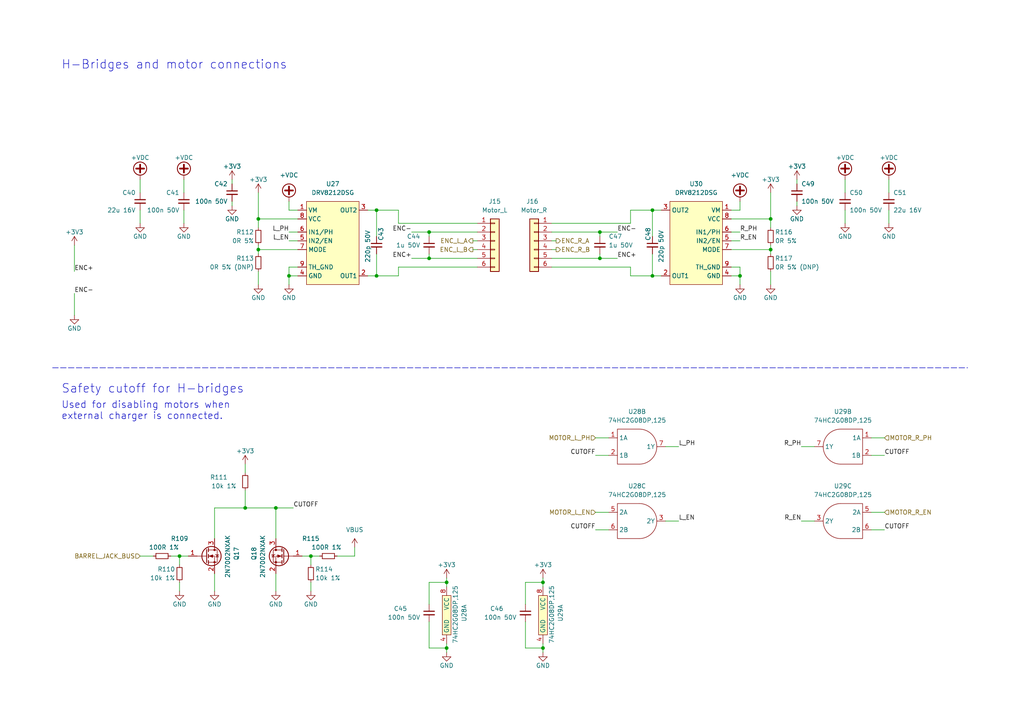
<source format=kicad_sch>
(kicad_sch (version 20211123) (generator eeschema)
  (paper "A4")
  (title_block (title "Motors' control") (date "2023-04-04") (rev "1") (company "Wrocław University of Science and Technology") (comment 1 "Opensource educational robotic platform") (comment 2 "Author: Jakub Mnich (jakub.mnich@pwr.edu.pl)"))
  (lib_symbols
    (symbol "74HC2G08DP:74HC2G08DP,125"
      (property "Reference" "U" (at -5.08 8.89 0))
      (property "Value" "74HC2G08DP,125" (at 2.54 6.35 0))
      (symbol "74HC2G08DP,125_1_1"
        (rectangle (start -1.27 -6.35) (end 1.27 5.08) (fill (type background)))
        (pin passive line (at 0 -8.89 90) (length 2.54) (name "GND") (number "4"))
        (pin passive line (at 0 7.62 270) (length 2.54) (name "VCC") (number "8"))
      )
      (symbol "74HC2G08DP,125_2_1"
        (polyline (pts (xy 1.27 5.08) (xy -5.08 5.08) (xy -5.08 -5.08) (xy 1.27 -5.08)))
        (arc (start 1.3413 -5.08) (mid 6.3505 0) (end 1.3413 5.08))
        (pin passive line (at -7.62 2.54 0) (length 2.54) (name "1A") (number "1"))
        (pin passive line (at -7.62 -2.54 0) (length 2.54) (name "1B") (number "2"))
        (pin passive line (at 8.89 0 180) (length 2.54) (name "1Y") (number "7"))
      )
      (symbol "74HC2G08DP,125_3_1"
        (polyline (pts (xy 1.27 5.08) (xy -5.08 5.08) (xy -5.08 -5.08) (xy 1.27 -5.08)))
        (arc (start 1.3413 -5.08) (mid 6.3505 0) (end 1.3413 5.08))
        (pin passive line (at 8.89 0 180) (length 2.54) (name "2Y") (number "3"))
        (pin passive line (at -7.62 2.54 0) (length 2.54) (name "2A") (number "5"))
        (pin passive line (at -7.62 -2.54 0) (length 2.54) (name "2B") (number "6"))
      )
    )
    (symbol "Connector_Generic:Conn_01x06" (pin_names (offset 1.016) hide)
      (property "Reference" "J" (at 0 7.62 0))
      (property "Value" "Conn_01x06" (at 0 -10.16 0))
      (symbol "Conn_01x06_1_1"
        (rectangle (start -1.27 -7.493) (end 0 -7.747) (stroke (width 0.1524)))
        (rectangle (start -1.27 -4.953) (end 0 -5.207) (stroke (width 0.1524)))
        (rectangle (start -1.27 -2.413) (end 0 -2.667) (stroke (width 0.1524)))
        (rectangle (start -1.27 0.127) (end 0 -0.127) (stroke (width 0.1524)))
        (rectangle (start -1.27 2.667) (end 0 2.413) (stroke (width 0.1524)))
        (rectangle (start -1.27 5.207) (end 0 4.953) (stroke (width 0.1524)))
        (rectangle (start -1.27 6.35) (end 1.27 -8.89) (stroke (width 0.254)) (fill (type background)))
        (pin passive line (at -5.08 5.08 0) (length 3.81) (name "Pin_1") (number "1"))
        (pin passive line (at -5.08 2.54 0) (length 3.81) (name "Pin_2") (number "2"))
        (pin passive line (at -5.08 0 0) (length 3.81) (name "Pin_3") (number "3"))
        (pin passive line (at -5.08 -2.54 0) (length 3.81) (name "Pin_4") (number "4"))
        (pin passive line (at -5.08 -5.08 0) (length 3.81) (name "Pin_5") (number "5"))
        (pin passive line (at -5.08 -7.62 0) (length 3.81) (name "Pin_6") (number "6"))
      )
    )
    (symbol "DRV8212:DRV8212DSG"
      (property "Reference" "U30" (at 0 17.78 0))
      (property "Value" "DRV8212DSG" (at 0 15.24 0))
      (symbol "DRV8212DSG_0_1"
        (rectangle (start -7.62 12.7) (end 7.62 -11.43) (fill (type background)))
      )
      (symbol "DRV8212DSG_1_1"
        (pin passive line (at 10.16 10.16 180) (length 2.54) (name "VM") (number "1"))
        (pin passive line (at -10.16 -8.89 0) (length 2.54) (name "OUT1") (number "2"))
        (pin passive line (at -10.16 10.16 0) (length 2.54) (name "OUT2") (number "3"))
        (pin passive line (at 10.16 -8.89 180) (length 2.54) (name "GND") (number "4"))
        (pin passive line (at 10.16 1.27 180) (length 2.54) (name "IN2/EN") (number "5"))
        (pin passive line (at 10.16 3.81 180) (length 2.54) (name "IN1/PH") (number "6"))
        (pin passive line (at 10.16 -1.27 180) (length 2.54) (name "MODE") (number "7"))
        (pin passive line (at 10.16 7.62 180) (length 2.54) (name "VCC") (number "8"))
        (pin passive line (at 10.16 -6.35 180) (length 2.54) (name "TH_GND") (number "9"))
      )
    )
    (symbol "DRV8212DSG_1"
      (property "Reference" "U27" (at 0 17.78 0))
      (property "Value" "DRV8212DSG_1" (at 0 15.24 0))
      (symbol "DRV8212DSG_1_0_1"
        (rectangle (start -7.62 12.7) (end 7.62 -11.43) (fill (type background)))
      )
      (symbol "DRV8212DSG_1_1_1"
        (pin passive line (at 10.16 10.16 180) (length 2.54) (name "VM") (number "1"))
        (pin passive line (at -10.16 -8.89 0) (length 2.54) (name "OUT1") (number "2"))
        (pin passive line (at -10.16 10.16 0) (length 2.54) (name "OUT2") (number "3"))
        (pin passive line (at 10.16 -8.89 180) (length 2.54) (name "GND") (number "4"))
        (pin passive line (at 10.16 1.27 180) (length 2.54) (name "IN2/EN") (number "5"))
        (pin passive line (at 10.16 3.81 180) (length 2.54) (name "IN1/PH") (number "6"))
        (pin passive line (at 10.16 -1.27 180) (length 2.54) (name "MODE") (number "7"))
        (pin passive line (at 10.16 7.62 180) (length 2.54) (name "VCC") (number "8"))
        (pin passive line (at 10.16 -6.35 180) (length 2.54) (name "TH_GND") (number "9"))
      )
    )
    (symbol "Device:C_Small" (pin_numbers hide) (pin_names (offset 0.254) hide)
      (property "Reference" "C" (at 0.254 1.778 0))
      (property "Value" "C_Small" (at 0.254 -2.032 0))
      (symbol "C_Small_0_1"
        (polyline (pts (xy -1.524 -0.508) (xy 1.524 -0.508)) (stroke (width 0.3302)))
        (polyline (pts (xy -1.524 0.508) (xy 1.524 0.508)) (stroke (width 0.3048)))
      )
      (symbol "C_Small_1_1"
        (pin passive line (at 0 2.54 270) (length 2.032) (name "~") (number "1"))
        (pin passive line (at 0 -2.54 90) (length 2.032) (name "~") (number "2"))
      )
    )
    (symbol "Device:R_Small" (pin_numbers hide) (pin_names (offset 0.254) hide)
      (property "Reference" "R" (at 0.762 0.508 0))
      (property "Value" "R_Small" (at 0.762 -1.016 0))
      (symbol "R_Small_0_1"
        (rectangle (start -0.762 1.778) (end 0.762 -1.778) (stroke (width 0.2032)))
      )
      (symbol "R_Small_1_1"
        (pin passive line (at 0 2.54 270) (length 0.762) (name "~") (number "1"))
        (pin passive line (at 0 -2.54 90) (length 0.762) (name "~") (number "2"))
      )
    )
    (symbol "Transistor_FET:2N7002" (pin_names hide)
      (property "Reference" "Q" (at 5.08 1.905 0))
      (property "Value" "2N7002" (at 5.08 0 0))
      (symbol "2N7002_0_1"
        (polyline (pts (xy 0.254 0) (xy -2.54 0)))
        (polyline (pts (xy 0.254 1.905) (xy 0.254 -1.905)) (stroke (width 0.254)))
        (polyline (pts (xy 0.762 -1.27) (xy 0.762 -2.286)) (stroke (width 0.254)))
        (polyline (pts (xy 0.762 0.508) (xy 0.762 -0.508)) (stroke (width 0.254)))
        (polyline (pts (xy 0.762 2.286) (xy 0.762 1.27)) (stroke (width 0.254)))
        (polyline (pts (xy 2.54 2.54) (xy 2.54 1.778)))
        (polyline (pts (xy 2.54 -2.54) (xy 2.54 0) (xy 0.762 0)))
        (polyline (pts (xy 0.762 -1.778) (xy 3.302 -1.778) (xy 3.302 1.778) (xy 0.762 1.778)))
        (polyline (pts (xy 1.016 0) (xy 2.032 0.381) (xy 2.032 -0.381) (xy 1.016 0)) (fill (type outline)))
        (polyline (pts (xy 2.794 0.508) (xy 2.921 0.381) (xy 3.683 0.381) (xy 3.81 0.254)))
        (polyline (pts (xy 3.302 0.381) (xy 2.921 -0.254) (xy 3.683 -0.254) (xy 3.302 0.381)))
        (circle (center 1.651 0) (radius 2.794) (stroke (width 0.254)))
        (circle (center 2.54 -1.778) (radius 0.254) (fill (type outline)))
        (circle (center 2.54 1.778) (radius 0.254) (fill (type outline)))
      )
      (symbol "2N7002_1_1"
        (pin input line (at -5.08 0 0) (length 2.54) (name "G") (number "1"))
        (pin passive line (at 2.54 -5.08 90) (length 2.54) (name "S") (number "2"))
        (pin passive line (at 2.54 5.08 270) (length 2.54) (name "D") (number "3"))
      )
    )
    (symbol "power:+3.3V" (power) (pin_names (offset 0))
      (property "Value" "+3.3V" (at 0 3.556 0))
      (symbol "+3.3V_0_1"
        (polyline (pts (xy -0.762 1.27) (xy 0 2.54)))
        (polyline (pts (xy 0 0) (xy 0 2.54)))
        (polyline (pts (xy 0 2.54) (xy 0.762 1.27)))
      )
      (symbol "+3.3V_1_1"
        (pin power_in line (at 0 0 90) (length 0) hide (name "+3V3") (number "1"))
      )
    )
    (symbol "power:+VDC" (power) (pin_names (offset 0))
      (property "Value" "+VDC" (at 0 6.35 0))
      (symbol "+VDC_0_1"
        (polyline (pts (xy -1.143 3.175) (xy 1.143 3.175)) (stroke (width 0.508)))
        (polyline (pts (xy 0 0) (xy 0 1.27)))
        (polyline (pts (xy 0 2.032) (xy 0 4.318)) (stroke (width 0.508)))
        (circle (center 0 3.175) (radius 1.905) (stroke (width 0.254)))
      )
      (symbol "+VDC_1_1"
        (pin power_in line (at 0 0 90) (length 0) hide (name "+VDC") (number "1"))
      )
    )
    (symbol "power:GND" (power) (pin_names (offset 0))
      (property "Value" "GND" (at 0 -3.81 0))
      (symbol "GND_0_1"
        (polyline (pts (xy 0 0) (xy 0 -1.27) (xy 1.27 -1.27) (xy 0 -2.54) (xy -1.27 -1.27) (xy 0 -1.27)))
      )
      (symbol "GND_1_1"
        (pin power_in line (at 0 0 270) (length 0) hide (name "GND") (number "1"))
      )
    )
    (symbol "power:VBUS" (power) (pin_names (offset 0))
      (property "Value" "VBUS" (at 0 3.81 0))
      (symbol "VBUS_0_1"
        (polyline (pts (xy -0.762 1.27) (xy 0 2.54)))
        (polyline (pts (xy 0 0) (xy 0 2.54)))
        (polyline (pts (xy 0 2.54) (xy 0.762 1.27)))
      )
      (symbol "VBUS_1_1"
        (pin power_in line (at 0 0 90) (length 0) hide (name "VBUS") (number "1"))
      )
    )
  )
  (junction (at 214.63 80.01))
  (junction (at 189.23 60.96))
  (junction (at 80.01 147.32))
  (junction (at 157.48 187.96))
  (junction (at 71.12 147.32))
  (junction (at 109.22 80.01))
  (junction (at 129.54 187.96))
  (junction (at 173.99 67.31))
  (junction (at 52.07 161.29))
  (junction (at 189.23 80.01))
  (junction (at 157.48 168.91))
  (junction (at 223.52 72.39))
  (junction (at 129.54 168.91))
  (junction (at 83.82 80.01))
  (junction (at 124.46 74.93))
  (junction (at 109.22 60.96))
  (junction (at 173.99 74.93))
  (junction (at 124.46 67.31))
  (junction (at 74.93 72.39))
  (junction (at 223.52 63.5))
  (junction (at 90.17 161.29))
  (junction (at 74.93 63.5))
  (wire (pts (xy 129.54 167.64) (xy 129.54 168.91)))
  (wire (pts (xy 160.02 74.93) (xy 173.99 74.93)))
  (wire (pts (xy 74.93 72.39) (xy 74.93 73.66)))
  (wire (pts (xy 214.63 60.96) (xy 212.09 60.96)))
  (wire (pts (xy 172.72 148.59) (xy 176.53 148.59)))
  (wire (pts (xy 109.22 60.96) (xy 109.22 68.58)))
  (wire (pts (xy 245.11 60.96) (xy 245.11 64.77)))
  (wire (pts (xy 160.02 64.77) (xy 182.88 64.77)))
  (wire (pts (xy 124.46 67.31) (xy 119.38 67.31)))
  (wire (pts (xy 124.46 74.93) (xy 119.38 74.93)))
  (wire (pts (xy 152.4 168.91) (xy 157.48 168.91)))
  (wire (pts (xy 62.23 147.32) (xy 62.23 156.21)))
  (wire (pts (xy 71.12 147.32) (xy 80.01 147.32)))
  (wire (pts (xy 212.09 69.85) (xy 214.63 69.85)))
  (wire (pts (xy 256.54 132.08) (xy 252.73 132.08)))
  (wire (pts (xy 157.48 186.69) (xy 157.48 187.96)))
  (wire (pts (xy 157.48 168.91) (xy 157.48 170.18)))
  (wire (pts (xy 67.31 52.07) (xy 67.31 53.34)))
  (wire (pts (xy 86.36 67.31) (xy 83.82 67.31)))
  (wire (pts (xy 109.22 73.66) (xy 109.22 80.01)))
  (wire (pts (xy 129.54 187.96) (xy 129.54 189.23)))
  (wire (pts (xy 102.87 161.29) (xy 102.87 158.75)))
  (wire (pts (xy 40.64 52.07) (xy 40.64 55.88)))
  (wire (pts (xy 67.31 58.42) (xy 67.31 59.69)))
  (wire (pts (xy 83.82 77.47) (xy 86.36 77.47)))
  (wire (pts (xy 172.72 153.67) (xy 176.53 153.67)))
  (wire (pts (xy 223.52 71.12) (xy 223.52 72.39)))
  (wire (pts (xy 74.93 63.5) (xy 86.36 63.5)))
  (wire (pts (xy 74.93 63.5) (xy 74.93 66.04)))
  (wire (pts (xy 189.23 60.96) (xy 191.77 60.96)))
  (wire (pts (xy 129.54 168.91) (xy 129.54 170.18)))
  (wire (pts (xy 52.07 168.91) (xy 52.07 171.45)))
  (wire (pts (xy 86.36 72.39) (xy 74.93 72.39)))
  (wire (pts (xy 83.82 60.96) (xy 86.36 60.96)))
  (wire (pts (xy 212.09 80.01) (xy 214.63 80.01)))
  (wire (pts (xy 231.14 58.42) (xy 231.14 59.69)))
  (wire (pts (xy 90.17 161.29) (xy 92.71 161.29)))
  (wire (pts (xy 256.54 153.67) (xy 252.73 153.67)))
  (wire (pts (xy 182.88 80.01) (xy 189.23 80.01)))
  (wire (pts (xy 223.52 78.74) (xy 223.52 82.55)))
  (wire (pts (xy 52.07 161.29) (xy 54.61 161.29)))
  (wire (pts (xy 49.53 161.29) (xy 52.07 161.29)))
  (wire (pts (xy 212.09 72.39) (xy 223.52 72.39)))
  (wire (pts (xy 80.01 147.32) (xy 85.09 147.32)))
  (wire (pts (xy 245.11 52.07) (xy 245.11 55.88)))
  (wire (pts (xy 223.52 55.88) (xy 223.52 63.5)))
  (wire (pts (xy 40.64 60.96) (xy 40.64 64.77)))
  (wire (pts (xy 189.23 73.66) (xy 189.23 80.01)))
  (wire (pts (xy 257.81 60.96) (xy 257.81 64.77)))
  (wire (pts (xy 189.23 60.96) (xy 189.23 68.58)))
  (wire (pts (xy 152.4 187.96) (xy 157.48 187.96)))
  (wire (pts (xy 86.36 80.01) (xy 83.82 80.01)))
  (wire (pts (xy 21.59 85.09) (xy 21.59 91.44)))
  (wire (pts (xy 87.63 161.29) (xy 90.17 161.29)))
  (wire (pts (xy 115.57 64.77) (xy 115.57 60.96)))
  (wire (pts (xy 74.93 71.12) (xy 74.93 72.39)))
  (wire (pts (xy 160.02 67.31) (xy 173.99 67.31)))
  (wire (pts (xy 115.57 60.96) (xy 109.22 60.96)))
  (wire (pts (xy 214.63 82.55) (xy 214.63 80.01)))
  (wire (pts (xy 90.17 168.91) (xy 90.17 171.45)))
  (wire (pts (xy 223.52 63.5) (xy 212.09 63.5)))
  (wire (pts (xy 40.64 161.29) (xy 44.45 161.29)))
  (wire (pts (xy 160.02 72.39) (xy 161.29 72.39)))
  (wire (pts (xy 124.46 68.58) (xy 124.46 67.31)))
  (wire (pts (xy 124.46 187.96) (xy 129.54 187.96)))
  (wire (pts (xy 172.72 127) (xy 176.53 127)))
  (wire (pts (xy 182.88 64.77) (xy 182.88 60.96)))
  (wire (pts (xy 193.04 129.54) (xy 196.85 129.54)))
  (wire (pts (xy 236.22 129.54) (xy 232.41 129.54)))
  (wire (pts (xy 138.43 67.31) (xy 124.46 67.31)))
  (wire (pts (xy 53.34 52.07) (xy 53.34 55.88)))
  (wire (pts (xy 138.43 64.77) (xy 115.57 64.77)))
  (wire (pts (xy 124.46 73.66) (xy 124.46 74.93)))
  (wire (pts (xy 172.72 132.08) (xy 176.53 132.08)))
  (wire (pts (xy 83.82 82.55) (xy 83.82 80.01)))
  (wire (pts (xy 214.63 58.42) (xy 214.63 60.96)))
  (wire (pts (xy 212.09 67.31) (xy 214.63 67.31)))
  (wire (pts (xy 182.88 77.47) (xy 182.88 80.01)))
  (wire (pts (xy 97.79 161.29) (xy 102.87 161.29)))
  (wire (pts (xy 138.43 74.93) (xy 124.46 74.93)))
  (wire (pts (xy 129.54 186.69) (xy 129.54 187.96)))
  (wire (pts (xy 214.63 77.47) (xy 212.09 77.47)))
  (wire (pts (xy 173.99 73.66) (xy 173.99 74.93)))
  (wire (pts (xy 189.23 80.01) (xy 191.77 80.01)))
  (wire (pts (xy 256.54 148.59) (xy 252.73 148.59)))
  (wire (pts (xy 182.88 60.96) (xy 189.23 60.96)))
  (wire (pts (xy 173.99 68.58) (xy 173.99 67.31)))
  (wire (pts (xy 157.48 187.96) (xy 157.48 189.23)))
  (wire (pts (xy 138.43 72.39) (xy 137.16 72.39)))
  (wire (pts (xy 173.99 67.31) (xy 179.07 67.31)))
  (wire (pts (xy 160.02 77.47) (xy 182.88 77.47)))
  (polyline (pts (xy 15.24 106.68) (xy 280.67 106.68)))
  (wire (pts (xy 124.46 168.91) (xy 129.54 168.91)))
  (wire (pts (xy 74.93 55.88) (xy 74.93 63.5)))
  (wire (pts (xy 106.68 60.96) (xy 109.22 60.96)))
  (wire (pts (xy 138.43 69.85) (xy 137.16 69.85)))
  (wire (pts (xy 115.57 80.01) (xy 109.22 80.01)))
  (wire (pts (xy 257.81 52.07) (xy 257.81 55.88)))
  (wire (pts (xy 152.4 180.34) (xy 152.4 187.96)))
  (wire (pts (xy 71.12 134.62) (xy 71.12 137.16)))
  (wire (pts (xy 223.52 63.5) (xy 223.52 66.04)))
  (wire (pts (xy 71.12 142.24) (xy 71.12 147.32)))
  (wire (pts (xy 106.68 80.01) (xy 109.22 80.01)))
  (wire (pts (xy 173.99 74.93) (xy 179.07 74.93)))
  (wire (pts (xy 115.57 77.47) (xy 115.57 80.01)))
  (wire (pts (xy 214.63 80.01) (xy 214.63 77.47)))
  (wire (pts (xy 83.82 58.42) (xy 83.82 60.96)))
  (wire (pts (xy 80.01 166.37) (xy 80.01 171.45)))
  (wire (pts (xy 74.93 78.74) (xy 74.93 82.55)))
  (wire (pts (xy 62.23 166.37) (xy 62.23 171.45)))
  (wire (pts (xy 21.59 71.12) (xy 21.59 78.74)))
  (wire (pts (xy 231.14 52.07) (xy 231.14 53.34)))
  (wire (pts (xy 223.52 72.39) (xy 223.52 73.66)))
  (wire (pts (xy 160.02 69.85) (xy 161.29 69.85)))
  (wire (pts (xy 124.46 175.26) (xy 124.46 168.91)))
  (wire (pts (xy 62.23 147.32) (xy 71.12 147.32)))
  (wire (pts (xy 152.4 175.26) (xy 152.4 168.91)))
  (wire (pts (xy 193.04 151.13) (xy 196.85 151.13)))
  (wire (pts (xy 80.01 147.32) (xy 80.01 156.21)))
  (wire (pts (xy 86.36 69.85) (xy 83.82 69.85)))
  (wire (pts (xy 256.54 127) (xy 252.73 127)))
  (wire (pts (xy 90.17 161.29) (xy 90.17 163.83)))
  (wire (pts (xy 83.82 80.01) (xy 83.82 77.47)))
  (wire (pts (xy 53.34 60.96) (xy 53.34 64.77)))
  (wire (pts (xy 52.07 161.29) (xy 52.07 163.83)))
  (wire (pts (xy 157.48 167.64) (xy 157.48 168.91)))
  (wire (pts (xy 138.43 77.47) (xy 115.57 77.47)))
  (wire (pts (xy 124.46 180.34) (xy 124.46 187.96)))
  (wire (pts (xy 236.22 151.13) (xy 232.41 151.13)))
  (text "H-Bridges and motor connections" (at 17.78 20.32 0) (effects (font (size 2.5 2.5)) (justify left bottom)))
  (text "Safety cutoff for H-bridges" (at 17.78 114.3 0) (effects (font (size 2.5 2.5)) (justify left bottom)))
  (text "Used for disabling motors when \nexternal charger is connected." (at 17.78 121.92 0) (effects (font (size 2 2)) (justify left bottom)))
  (label "R_EN" (at 232.41 151.13 180))
  (label "ENC-" (at 179.07 67.31 0))
  (label "L_PH" (at 83.82 67.31 180))
  (label "CUTOFF" (at 172.72 132.08 180))
  (label "L_PH" (at 196.85 129.54 0))
  (label "CUTOFF" (at 256.54 132.08 0))
  (label "ENC+" (at 179.07 74.93 0))
  (label "ENC+" (at 21.59 78.74 0))
  (label "R_PH" (at 232.41 129.54 180))
  (label "ENC+" (at 119.38 74.93 180))
  (label "R_EN" (at 214.63 69.85 0))
  (label "CUTOFF" (at 172.72 153.67 180))
  (label "L_EN" (at 196.85 151.13 0))
  (label "L_EN" (at 83.82 69.85 180))
  (label "CUTOFF" (at 256.54 153.67 0))
  (label "CUTOFF" (at 85.09 147.32 0))
  (label "R_PH" (at 214.63 67.31 0))
  (label "ENC-" (at 119.38 67.31 180))
  (label "ENC-" (at 21.59 85.09 0))
  (hierarchical_label "BARREL_JACK_BUS" (shape input) (at 40.64 161.29 180))
  (hierarchical_label "ENC_R_A" (shape output) (at 161.29 69.85 0))
  (hierarchical_label "MOTOR_L_PH" (shape input) (at 172.72 127 180))
  (hierarchical_label "MOTOR_R_EN" (shape input) (at 256.54 148.59 0))
  (hierarchical_label "ENC_R_B" (shape output) (at 161.29 72.39 0))
  (hierarchical_label "ENC_L_B" (shape output) (at 137.16 72.39 180))
  (hierarchical_label "MOTOR_R_PH" (shape input) (at 256.54 127 0))
  (hierarchical_label "MOTOR_L_EN" (shape input) (at 172.72 148.59 180))
  (hierarchical_label "ENC_L_A" (shape output) (at 137.16 69.85 180))
  (symbol (lib_id "Device:C_Small") (at 124.46 71.12 0) (mirror y) (unit 1)
    (property "Reference" "C44" (at 121.92 68.58 0) (effects (justify left)))
    (property "Value" "1u 50V" (at 121.92 71.12 0) (effects (justify left)))
    (property "Footprint" "Capacitor_SMD:C_0603_1608Metric" (effects hide))
  )
  (symbol (lib_id "power:GND") (at 74.93 82.55 0) (mirror y) (unit 1)
    (property "Reference" "#PWR0176" (effects hide))
    (property "Value" "GND" (at 74.93 86.36 0))
  )
  (symbol (lib_id "power:GND") (at 67.31 59.69 0) (mirror y) (unit 1)
    (property "Reference" "#PWR0173" (effects hide))
    (property "Value" "GND" (at 67.31 63.5 0))
  )
  (symbol (lib_id "power:+3.3V") (at 129.54 167.64 0) (mirror y) (unit 1)
    (property "Reference" "#PWR0182" (effects hide))
    (property "Value" "+3.3V" (at 129.54 163.83 0))
  )
  (symbol (lib_id "74HC2G08DP:74HC2G08DP,125") (at 184.15 151.13 0) (unit 3)
    (property "Reference" "U28" (at 184.7852 140.97 0))
    (property "Value" "74HC2G08DP,125" (at 184.7852 143.51 0))
    (property "Footprint" "Package_SO:TSSOP-8_3x3mm_P0.65mm" (effects hide))
    (property "Datasheet" "https://www.mouser.pl/datasheet/2/916/74HC_HCT2G08-2937493.pdf" (effects hide))
    (property "M" "Nexperia" (effects hide))
    (property "MPN" "74HC2G08DP,125" (effects hide))
  )
  (symbol (lib_id "power:+VDC") (at 214.63 58.42 0) (unit 1)
    (property "Reference" "#PWR0186" (effects hide))
    (property "Value" "+VDC" (at 214.63 50.8 0))
  )
  (symbol (lib_id "power:VBUS") (at 102.87 158.75 0) (unit 1)
    (property "Reference" "#PWR0181" (effects hide))
    (property "Value" "VBUS" (at 102.87 153.67 0))
  )
  (symbol (lib_id "power:+VDC") (at 245.11 52.07 0) (unit 1)
    (property "Reference" "#PWR0192" (effects hide))
    (property "Value" "+VDC" (at 245.11 45.72 0))
  )
  (symbol (lib_id "Device:C_Small") (at 245.11 58.42 0) (unit 1)
    (property "Reference" "C50" (at 246.38 55.88 0) (effects (justify left)))
    (property "Value" "100n 50V" (at 246.38 60.96 0) (effects (justify left)))
    (property "Footprint" "Capacitor_SMD:C_0603_1608Metric" (effects hide))
  )
  (symbol (lib_id "74HC2G08DP:74HC2G08DP,125") (at 245.11 151.13 0) (mirror y) (unit 3)
    (property "Reference" "U29" (at 244.4748 140.97 0))
    (property "Value" "74HC2G08DP,125" (at 244.4748 143.51 0))
    (property "Footprint" "Package_SO:TSSOP-8_3x3mm_P0.65mm" (effects hide))
    (property "Datasheet" "https://www.mouser.pl/datasheet/2/916/74HC_HCT2G08-2937493.pdf" (effects hide))
    (property "M" "Nexperia" (effects hide))
    (property "MPN" "74HC2G08DP,125" (effects hide))
  )
  (symbol (lib_id "power:GND") (at 21.59 91.44 0) (unit 1)
    (property "Reference" "#PWR0165" (effects hide))
    (property "Value" "GND" (at 21.59 95.25 0))
  )
  (symbol (lib_id "74HC2G08DP:74HC2G08DP,125") (at 184.15 129.54 0) (unit 2)
    (property "Reference" "U28" (at 184.7852 119.38 0))
    (property "Value" "74HC2G08DP,125" (at 184.7852 121.92 0))
    (property "Footprint" "Package_SO:TSSOP-8_3x3mm_P0.65mm" (effects hide))
    (property "Datasheet" "https://www.mouser.pl/datasheet/2/916/74HC_HCT2G08-2937493.pdf" (effects hide))
    (property "M" "Nexperia" (effects hide))
    (property "MPN" "74HC2G08DP,125" (effects hide))
  )
  (symbol (lib_id "power:+3.3V") (at 67.31 52.07 0) (mirror y) (unit 1)
    (property "Reference" "#PWR0172" (effects hide))
    (property "Value" "+3.3V" (at 67.31 48.26 0))
  )
  (symbol (lib_id "Device:C_Small") (at 124.46 177.8 0) (mirror y) (unit 1)
    (property "Reference" "C45" (at 118.11 176.53 0) (effects (justify left)))
    (property "Value" "100n 50V" (at 121.92 179.07 0) (effects (justify left)))
    (property "Footprint" "Capacitor_SMD:C_0603_1608Metric" (effects hide))
  )
  (symbol (lib_id "Transistor_FET:2N7002") (at 82.55 161.29 0) (mirror y) (unit 1)
    (property "Reference" "Q18" (at 73.66 162.56 90) (effects (justify left)))
    (property "Value" "2N7002NXAK" (at 76.2 167.64 90) (effects (justify left)))
    (property "Footprint" "Package_TO_SOT_SMD:SOT-23" (effects hide))
    (property "Datasheet" "https://www.onsemi.com/pub/Collateral/NDS7002A-D.PDF" (effects hide))
    (property "M" "onsemi" (effects hide))
    (property "MPN" "2N7002NXAK" (effects hide))
  )
  (symbol (lib_id "power:GND") (at 214.63 82.55 0) (unit 1)
    (property "Reference" "#PWR0187" (effects hide))
    (property "Value" "GND" (at 214.63 86.36 0))
  )
  (symbol (lib_id "Device:R_Small") (at 71.12 139.7 0) (mirror y) (unit 1)
    (property "Reference" "R111" (at 66.04 138.43 0) (effects (justify left)))
    (property "Value" "10k 1%" (at 68.58 140.97 0) (effects (justify left)))
    (property "Footprint" "Resistor_SMD:R_0603_1608Metric_Pad0.98x0.95mm_HandSolder" (effects hide))
  )
  (symbol (lib_id "power:GND") (at 157.48 189.23 0) (mirror y) (unit 1)
    (property "Reference" "#PWR0185" (effects hide))
    (property "Value" "GND" (at 157.48 193.04 0))
  )
  (symbol (lib_id "power:+3.3V") (at 157.48 167.64 0) (mirror y) (unit 1)
    (property "Reference" "#PWR0184" (effects hide))
    (property "Value" "+3.3V" (at 157.48 163.83 0))
  )
  (symbol (lib_id "Device:R_Small") (at 74.93 76.2 0) (mirror y) (unit 1)
    (property "Reference" "R113" (at 73.66 74.93 0) (effects (justify left)))
    (property "Value" "0R 5% (DNP)" (at 73.66 77.47 0) (effects (justify left)))
    (property "Footprint" "Resistor_SMD:R_0603_1608Metric_Pad0.98x0.95mm_HandSolder" (effects hide))
  )
  (symbol (lib_id "power:GND") (at 90.17 171.45 0) (mirror y) (unit 1)
    (property "Reference" "#PWR0180" (effects hide))
    (property "Value" "GND" (at 90.17 175.26 0))
  )
  (symbol (lib_id "power:+3.3V") (at 21.59 71.12 0) (unit 1)
    (property "Reference" "#PWR0164" (effects hide))
    (property "Value" "+3.3V" (at 21.59 67.31 0))
  )
  (symbol (lib_id "power:+3.3V") (at 71.12 134.62 0) (mirror y) (unit 1)
    (property "Reference" "#PWR0174" (effects hide))
    (property "Value" "+3.3V" (at 71.12 130.81 0))
  )
  (symbol (lib_id "Device:C_Small") (at 53.34 58.42 0) (mirror y) (unit 1)
    (property "Reference" "C41" (at 52.07 55.88 0) (effects (justify left)))
    (property "Value" "100n 50V" (at 52.07 60.96 0) (effects (justify left)))
    (property "Footprint" "Capacitor_SMD:C_0603_1608Metric" (effects hide))
  )
  (symbol (lib_id "Device:R_Small") (at 223.52 76.2 0) (unit 1)
    (property "Reference" "R117" (at 224.79 74.93 0) (effects (justify left)))
    (property "Value" "0R 5% (DNP)" (at 224.79 77.47 0) (effects (justify left)))
    (property "Footprint" "Resistor_SMD:R_0603_1608Metric_Pad0.98x0.95mm_HandSolder" (effects hide))
  )
  (symbol (lib_id "power:GND") (at 257.81 64.77 0) (unit 1)
    (property "Reference" "#PWR0195" (effects hide))
    (property "Value" "GND" (at 257.81 68.58 0))
  )
  (symbol (lib_id "power:GND") (at 245.11 64.77 0) (unit 1)
    (property "Reference" "#PWR0193" (effects hide))
    (property "Value" "GND" (at 245.11 68.58 0))
  )
  (symbol (lib_id "DRV8212:DRV8212DSG") (at 201.93 71.12 0) (unit 1)
    (property "Reference" "U30" (at 201.93 53.34 0))
    (property "Value" "DRV8212DSG" (at 201.93 55.88 0))
    (property "Footprint" "Package_SON:WSON-8-1EP_2x2mm_P0.5mm_EP0.9x1.6mm_ThermalVias" (effects hide))
    (property "Datasheet" "https://www.ti.com/lit/ds/slvsfy9b/slvsfy9b.pdf?ts=1658319498838" (effects hide))
    (property "M" "Texas Instruments" (effects hide))
    (property "MPN" "DRV8212DSG" (effects hide))
  )
  (symbol (lib_id "power:+VDC") (at 53.34 52.07 0) (mirror y) (unit 1)
    (property "Reference" "#PWR0169" (effects hide))
    (property "Value" "+VDC" (at 53.34 45.72 0))
  )
  (symbol (lib_id "Device:R_Small") (at 46.99 161.29 270) (mirror x) (unit 1)
    (property "Reference" "R109" (at 49.53 156.21 90) (effects (justify left)))
    (property "Value" "100R 1%" (at 43.18 158.75 90) (effects (justify left)))
    (property "Footprint" "Resistor_SMD:R_0603_1608Metric_Pad0.98x0.95mm_HandSolder" (effects hide))
  )
  (symbol (lib_id "Connector_Generic:Conn_01x06") (at 154.94 69.85 0) (mirror y) (unit 1) (in_bom no)
    (property "Reference" "J16" (at 156.21 58.42 0) (effects (justify left)))
    (property "Value" "Motor_R" (at 158.75 60.96 0) (effects (justify left)))
    (property "Footprint" "Connector_PinHeader_2.54mm:PinHeader_1x06_P2.54mm_Vertical" (effects hide))
  )
  (symbol (lib_id "Transistor_FET:2N7002") (at 59.69 161.29 0) (unit 1)
    (property "Reference" "Q17" (at 68.58 162.56 90) (effects (justify left)))
    (property "Value" "2N7002NXAK" (at 66.04 167.64 90) (effects (justify left)))
    (property "Footprint" "Package_TO_SOT_SMD:SOT-23" (effects hide))
    (property "Datasheet" "https://www.onsemi.com/pub/Collateral/NDS7002A-D.PDF" (effects hide))
    (property "M" "onsemi" (effects hide))
    (property "MPN" "2N7002NXAK" (effects hide))
  )
  (symbol (lib_id "Device:C_Small") (at 67.31 55.88 0) (mirror y) (unit 1)
    (property "Reference" "C42" (at 66.04 53.34 0) (effects (justify left)))
    (property "Value" "100n 50V" (at 66.04 58.42 0) (effects (justify left)))
    (property "Footprint" "Capacitor_SMD:C_0603_1608Metric" (effects hide))
  )
  (symbol (lib_id "Device:C_Small") (at 173.99 71.12 0) (unit 1)
    (property "Reference" "C47" (at 176.53 68.58 0) (effects (justify left)))
    (property "Value" "1u 50V" (at 176.53 71.12 0) (effects (justify left)))
    (property "Footprint" "Capacitor_SMD:C_0603_1608Metric" (effects hide))
  )
  (symbol (lib_id "Device:C_Small") (at 152.4 177.8 0) (mirror y) (unit 1)
    (property "Reference" "C46" (at 146.05 176.53 0) (effects (justify left)))
    (property "Value" "100n 50V" (at 149.86 179.07 0) (effects (justify left)))
    (property "Footprint" "Capacitor_SMD:C_0603_1608Metric" (effects hide))
  )
  (symbol (lib_id "Device:R_Small") (at 95.25 161.29 90) (unit 1)
    (property "Reference" "R115" (at 92.71 156.21 90) (effects (justify left)))
    (property "Value" "100R 1%" (at 99.06 158.75 90) (effects (justify left)))
    (property "Footprint" "Resistor_SMD:R_0603_1608Metric_Pad0.98x0.95mm_HandSolder" (effects hide))
  )
  (symbol (lib_id "Device:C_Small") (at 40.64 58.42 0) (mirror y) (unit 1)
    (property "Reference" "C40" (at 39.37 55.88 0) (effects (justify left)))
    (property "Value" "22u 16V" (at 39.37 60.96 0) (effects (justify left)))
    (property "Footprint" "Capacitor_SMD:C_1206_3216Metric" (effects hide))
  )
  (symbol (lib_id "Device:R_Small") (at 74.93 68.58 0) (mirror y) (unit 1)
    (property "Reference" "R112" (at 73.66 67.31 0) (effects (justify left)))
    (property "Value" "0R 5%" (at 73.66 69.85 0) (effects (justify left)))
    (property "Footprint" "Resistor_SMD:R_0603_1608Metric_Pad0.98x0.95mm_HandSolder" (effects hide))
  )
  (symbol (lib_id "power:GND") (at 231.14 59.69 0) (unit 1)
    (property "Reference" "#PWR0191" (effects hide))
    (property "Value" "GND" (at 231.14 63.5 0))
  )
  (symbol (lib_id "power:GND") (at 53.34 64.77 0) (mirror y) (unit 1)
    (property "Reference" "#PWR0170" (effects hide))
    (property "Value" "GND" (at 53.34 68.58 0))
  )
  (symbol (lib_id "power:+3.3V") (at 231.14 52.07 0) (unit 1)
    (property "Reference" "#PWR0190" (effects hide))
    (property "Value" "+3.3V" (at 231.14 48.26 0))
  )
  (symbol (lib_id "power:+VDC") (at 257.81 52.07 0) (unit 1)
    (property "Reference" "#PWR0194" (effects hide))
    (property "Value" "+VDC" (at 257.81 45.72 0))
  )
  (symbol (lib_id "power:GND") (at 223.52 82.55 0) (unit 1)
    (property "Reference" "#PWR0189" (effects hide))
    (property "Value" "GND" (at 223.52 86.36 0))
  )
  (symbol (lib_id "Device:R_Small") (at 223.52 68.58 0) (unit 1)
    (property "Reference" "R116" (at 224.79 67.31 0) (effects (justify left)))
    (property "Value" "0R 5%" (at 224.79 69.85 0) (effects (justify left)))
    (property "Footprint" "Resistor_SMD:R_0603_1608Metric_Pad0.98x0.95mm_HandSolder" (effects hide))
  )
  (symbol (lib_id "Device:R_Small") (at 52.07 166.37 0) (mirror y) (unit 1)
    (property "Reference" "R110" (at 50.8 165.1 0) (effects (justify left)))
    (property "Value" "10k 1%" (at 50.8 167.64 0) (effects (justify left)))
    (property "Footprint" "Resistor_SMD:R_0603_1608Metric_Pad0.98x0.95mm_HandSolder" (effects hide))
  )
  (symbol (lib_id "power:GND") (at 62.23 171.45 0) (mirror y) (unit 1)
    (property "Reference" "#PWR0171" (effects hide))
    (property "Value" "GND" (at 62.23 175.26 0))
  )
  (symbol (lib_id "74HC2G08DP:74HC2G08DP,125") (at 157.48 177.8 0) (unit 1)
    (property "Reference" "U29" (at 162.56 180.34 90) (effects (justify left)))
    (property "Value" "74HC2G08DP,125" (at 160.02 186.69 90) (effects (justify left)))
    (property "Footprint" "Package_SO:TSSOP-8_3x3mm_P0.65mm" (effects hide))
    (property "Datasheet" "https://www.mouser.pl/datasheet/2/916/74HC_HCT2G08-2937493.pdf" (effects hide))
    (property "M" "Nexperia" (effects hide))
    (property "MPN" "74HC2G08DP,125" (effects hide))
  )
  (symbol (lib_id "Device:C_Small") (at 257.81 58.42 0) (unit 1)
    (property "Reference" "C51" (at 259.08 55.88 0) (effects (justify left)))
    (property "Value" "22u 16V" (at 259.08 60.96 0) (effects (justify left)))
    (property "Footprint" "Capacitor_SMD:C_1206_3216Metric" (effects hide))
  )
  (symbol (lib_id "Device:C_Small") (at 109.22 71.12 0) (mirror y) (unit 1)
    (property "Reference" "C43" (at 110.49 69.85 90) (effects (justify left)))
    (property "Value" "220p 50V" (at 106.68 76.2 90) (effects (justify left)))
    (property "Footprint" "Capacitor_SMD:C_0603_1608Metric" (effects hide))
  )
  (symbol (lib_id "power:GND") (at 83.82 82.55 0) (mirror y) (unit 1)
    (property "Reference" "#PWR0179" (effects hide))
    (property "Value" "GND" (at 83.82 86.36 0))
  )
  (symbol (lib_id "power:GND") (at 80.01 171.45 0) (mirror y) (unit 1)
    (property "Reference" "#PWR0177" (effects hide))
    (property "Value" "GND" (at 80.01 175.26 0))
  )
  (symbol (lib_id "power:GND") (at 52.07 171.45 0) (mirror y) (unit 1)
    (property "Reference" "#PWR0168" (effects hide))
    (property "Value" "GND" (at 52.07 175.26 0))
  )
  (symbol (lib_id "power:GND") (at 40.64 64.77 0) (mirror y) (unit 1)
    (property "Reference" "#PWR0167" (effects hide))
    (property "Value" "GND" (at 40.64 68.58 0))
  )
  (symbol (lib_id "power:+3.3V") (at 223.52 55.88 0) (unit 1)
    (property "Reference" "#PWR0188" (effects hide))
    (property "Value" "+3.3V" (at 223.52 52.07 0))
  )
  (symbol (lib_id "power:+3.3V") (at 74.93 55.88 0) (mirror y) (unit 1)
    (property "Reference" "#PWR0175" (effects hide))
    (property "Value" "+3.3V" (at 74.93 52.07 0))
  )
  (symbol (lib_id "power:+VDC") (at 83.82 58.42 0) (mirror y) (unit 1)
    (property "Reference" "#PWR0178" (effects hide))
    (property "Value" "+VDC" (at 83.82 50.8 0))
  )
  (symbol (lib_id "Connector_Generic:Conn_01x06") (at 143.51 69.85 0) (unit 1) (in_bom no)
    (property "Reference" "J15" (at 143.51 58.42 0))
    (property "Value" "Motor_L" (at 143.51 60.96 0))
    (property "Footprint" "Connector_PinHeader_2.54mm:PinHeader_1x06_P2.54mm_Vertical" (effects hide))
  )
  (symbol (lib_id "Device:C_Small") (at 189.23 71.12 0) (unit 1)
    (property "Reference" "C48" (at 187.96 69.85 90) (effects (justify left)))
    (property "Value" "220p 50V" (at 191.77 76.2 90) (effects (justify left)))
    (property "Footprint" "Capacitor_SMD:C_0603_1608Metric" (effects hide))
  )
  (symbol (lib_id "power:GND") (at 129.54 189.23 0) (mirror y) (unit 1)
    (property "Reference" "#PWR0183" (effects hide))
    (property "Value" "GND" (at 129.54 193.04 0))
  )
  (symbol (lib_id "74HC2G08DP:74HC2G08DP,125") (at 129.54 177.8 0) (unit 1)
    (property "Reference" "U28" (at 134.62 180.34 90) (effects (justify left)))
    (property "Value" "74HC2G08DP,125" (at 132.08 186.69 90) (effects (justify left)))
    (property "Footprint" "Package_SO:TSSOP-8_3x3mm_P0.65mm" (effects hide))
    (property "Datasheet" "https://www.mouser.pl/datasheet/2/916/74HC_HCT2G08-2937493.pdf" (effects hide))
    (property "M" "Nexperia" (effects hide))
    (property "MPN" "74HC2G08DP,125" (effects hide))
  )
  (symbol (lib_id "Device:R_Small") (at 90.17 166.37 0) (unit 1)
    (property "Reference" "R114" (at 91.44 165.1 0) (effects (justify left)))
    (property "Value" "10k 1%" (at 91.44 167.64 0) (effects (justify left)))
    (property "Footprint" "Resistor_SMD:R_0603_1608Metric_Pad0.98x0.95mm_HandSolder" (effects hide))
  )
  (symbol (lib_id "74HC2G08DP:74HC2G08DP,125") (at 245.11 129.54 0) (mirror y) (unit 2)
    (property "Reference" "U29" (at 244.4748 119.38 0))
    (property "Value" "74HC2G08DP,125" (at 244.4748 121.92 0))
    (property "Footprint" "Package_SO:TSSOP-8_3x3mm_P0.65mm" (effects hide))
    (property "Datasheet" "https://www.mouser.pl/datasheet/2/916/74HC_HCT2G08-2937493.pdf" (effects hide))
    (property "M" "Nexperia" (effects hide))
    (property "MPN" "74HC2G08DP,125" (effects hide))
  )
  (symbol (lib_name "DRV8212DSG_1") (lib_id "DRV8212:DRV8212DSG") (at 96.52 71.12 0) (mirror y) (unit 1)
    (property "Reference" "U27" (at 96.52 53.34 0))
    (property "Value" "DRV8212DSG" (at 96.52 55.88 0))
    (property "Footprint" "Package_SON:WSON-8-1EP_2x2mm_P0.5mm_EP0.9x1.6mm_ThermalVias" (effects hide))
    (property "Datasheet" "https://www.ti.com/lit/ds/slvsfy9b/slvsfy9b.pdf?ts=1658319498838" (effects hide))
    (property "M" "Texas Instruments" (effects hide))
    (property "MPN" "DRV8212DSG" (effects hide))
  )
  (symbol (lib_id "power:+VDC") (at 40.64 52.07 0) (mirror y) (unit 1)
    (property "Reference" "#PWR0166" (effects hide))
    (property "Value" "+VDC" (at 40.64 45.72 0))
  )
  (symbol (lib_id "Device:C_Small") (at 231.14 55.88 0) (unit 1)
    (property "Reference" "C49" (at 232.41 53.34 0) (effects (justify left)))
    (property "Value" "100n 50V" (at 232.41 58.42 0) (effects (justify left)))
    (property "Footprint" "Capacitor_SMD:C_0603_1608Metric" (effects hide))
  )
)
</source>
